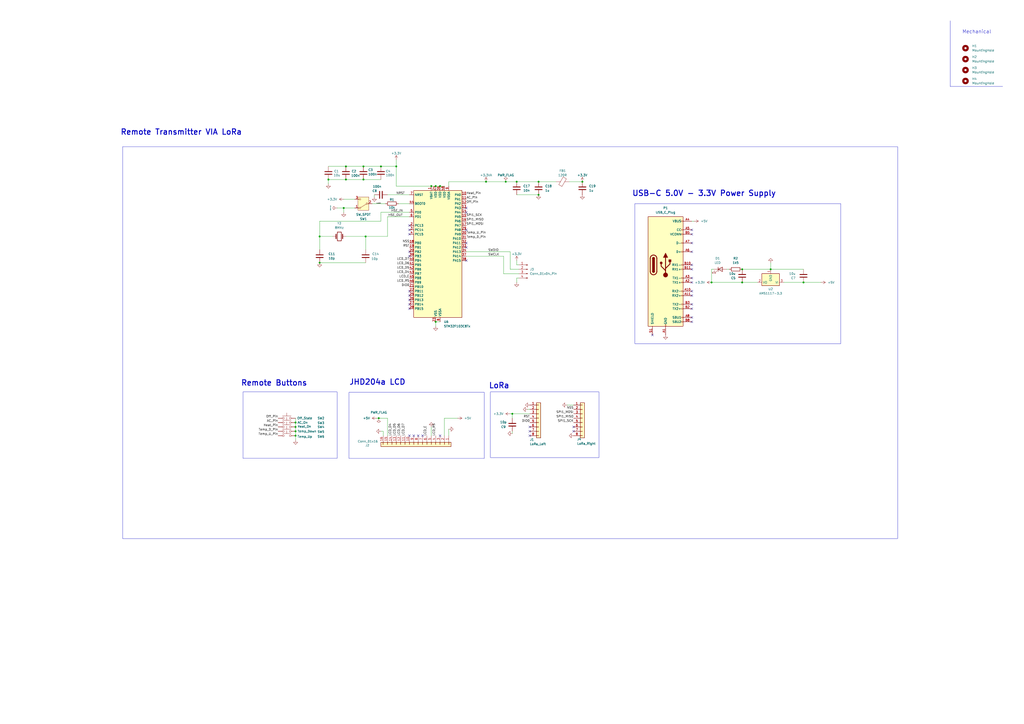
<source format=kicad_sch>
(kicad_sch (version 20231120) (generator "eeschema") (generator_version "8.0")
  (paper "A2")
  (lib_symbols
    (symbol "Connector:Conn_01x04_Pin" (pin_names (offset 1.016) hide)
      (property "Reference" "J" (at 0 5.08 0))
      (property "Value" "Conn_01x04_Pin" (at 0 -7.62 0))
      (symbol "Conn_01x04_Pin_1_1"
        (polyline (pts (xy 1.27 -5.08) (xy 0.8636 -5.08)) (stroke (width 0.1524)))
        (polyline (pts (xy 1.27 -2.54) (xy 0.8636 -2.54)) (stroke (width 0.1524)))
        (polyline (pts (xy 1.27 0) (xy 0.8636 0)) (stroke (width 0.1524)))
        (polyline (pts (xy 1.27 2.54) (xy 0.8636 2.54)) (stroke (width 0.1524)))
        (rectangle (start 0.8636 -4.953) (end 0 -5.207) (stroke (width 0.1524)) (fill (type outline)))
        (rectangle (start 0.8636 -2.413) (end 0 -2.667) (stroke (width 0.1524)) (fill (type outline)))
        (rectangle (start 0.8636 0.127) (end 0 -0.127) (stroke (width 0.1524)) (fill (type outline)))
        (rectangle (start 0.8636 2.667) (end 0 2.413) (stroke (width 0.1524)) (fill (type outline)))
        (pin passive line (at 5.08 2.54 180) (length 3.81) (name "Pin_1") (number "1"))
        (pin passive line (at 5.08 0 180) (length 3.81) (name "Pin_2") (number "2"))
        (pin passive line (at 5.08 -2.54 180) (length 3.81) (name "Pin_3") (number "3"))
        (pin passive line (at 5.08 -5.08 180) (length 3.81) (name "Pin_4") (number "4"))
      )
    )
    (symbol "Connector:USB_C_Plug" (pin_names (offset 1.016))
      (property "Reference" "P" (at -10.16 29.21 0))
      (property "Value" "USB_C_Plug" (at 10.16 29.21 0))
      (symbol "USB_C_Plug_0_0"
        (rectangle (start -0.254 -35.56) (end 0.254 -34.544))
        (rectangle (start 10.16 -32.766) (end 9.144 -33.274))
        (rectangle (start 10.16 -30.226) (end 9.144 -30.734))
        (rectangle (start 10.16 -25.146) (end 9.144 -25.654))
        (rectangle (start 10.16 -22.606) (end 9.144 -23.114))
        (rectangle (start 10.16 -17.526) (end 9.144 -18.034))
        (rectangle (start 10.16 -14.986) (end 9.144 -15.494))
        (rectangle (start 10.16 -9.906) (end 9.144 -10.414))
        (rectangle (start 10.16 -7.366) (end 9.144 -7.874))
        (rectangle (start 10.16 -2.286) (end 9.144 -2.794))
        (rectangle (start 10.16 0.254) (end 9.144 -0.254))
        (rectangle (start 10.16 7.874) (end 9.144 7.366))
        (rectangle (start 10.16 12.954) (end 9.144 12.446))
        (rectangle (start 10.16 18.034) (end 9.144 17.526))
        (rectangle (start 10.16 20.574) (end 9.144 20.066))
        (rectangle (start 10.16 25.654) (end 9.144 25.146))
      )
      (symbol "USB_C_Plug_0_1"
        (rectangle (start -10.16 27.94) (end 10.16 -35.56) (stroke (width 0.254)) (fill (type background)))
        (arc (start -8.89 -3.81) (mid -6.985 -5.7067) (end -5.08 -3.81) (stroke (width 0.508)))
        (arc (start -7.62 -3.81) (mid -6.985 -4.4423) (end -6.35 -3.81) (stroke (width 0.254)))
        (arc (start -7.62 -3.81) (mid -6.985 -4.4423) (end -6.35 -3.81) (stroke (width 0.254)) (fill (type outline)))
        (rectangle (start -7.62 -3.81) (end -6.35 3.81) (stroke (width 0.254)) (fill (type outline)))
        (arc (start -6.35 3.81) (mid -6.985 4.4423) (end -7.62 3.81) (stroke (width 0.254)))
        (arc (start -6.35 3.81) (mid -6.985 4.4423) (end -7.62 3.81) (stroke (width 0.254)) (fill (type outline)))
        (arc (start -5.08 3.81) (mid -6.985 5.7067) (end -8.89 3.81) (stroke (width 0.508)))
        (polyline (pts (xy -8.89 -3.81) (xy -8.89 3.81)) (stroke (width 0.508)))
        (polyline (pts (xy -5.08 3.81) (xy -5.08 -3.81)) (stroke (width 0.508)))
      )
      (symbol "USB_C_Plug_1_1"
        (circle (center -2.54 1.143) (radius 0.635) (stroke (width 0.254)) (fill (type outline)))
        (circle (center 0 -5.842) (radius 1.27) (fill (type outline)))
        (polyline (pts (xy 0 -5.842) (xy 0 4.318)) (stroke (width 0.508)))
        (polyline (pts (xy 0 -3.302) (xy -2.54 -0.762) (xy -2.54 0.508)) (stroke (width 0.508)))
        (polyline (pts (xy 0 -2.032) (xy 2.54 0.508) (xy 2.54 1.778)) (stroke (width 0.508)))
        (polyline (pts (xy -1.27 4.318) (xy 0 6.858) (xy 1.27 4.318) (xy -1.27 4.318)) (stroke (width 0.254)) (fill (type outline)))
        (rectangle (start 1.905 1.778) (end 3.175 3.048) (stroke (width 0.254)) (fill (type outline)))
        (pin passive line (at 0 -40.64 90) (length 5.08) (name "GND") (number "A1"))
        (pin bidirectional line (at 15.24 -15.24 180) (length 5.08) (name "RX2-") (number "A10"))
        (pin bidirectional line (at 15.24 -17.78 180) (length 5.08) (name "RX2+") (number "A11"))
        (pin passive line (at 0 -40.64 90) (length 5.08) hide (name "GND") (number "A12"))
        (pin bidirectional line (at 15.24 -10.16 180) (length 5.08) (name "TX1+") (number "A2"))
        (pin bidirectional line (at 15.24 -7.62 180) (length 5.08) (name "TX1-") (number "A3"))
        (pin passive line (at 15.24 25.4 180) (length 5.08) (name "VBUS") (number "A4"))
        (pin bidirectional line (at 15.24 20.32 180) (length 5.08) (name "CC") (number "A5"))
        (pin bidirectional line (at 15.24 7.62 180) (length 5.08) (name "D+") (number "A6"))
        (pin bidirectional line (at 15.24 12.7 180) (length 5.08) (name "D-") (number "A7"))
        (pin bidirectional line (at 15.24 -30.48 180) (length 5.08) (name "SBU1") (number "A8"))
        (pin passive line (at 15.24 25.4 180) (length 5.08) hide (name "VBUS") (number "A9"))
        (pin passive line (at 0 -40.64 90) (length 5.08) hide (name "GND") (number "B1"))
        (pin bidirectional line (at 15.24 0 180) (length 5.08) (name "RX1-") (number "B10"))
        (pin bidirectional line (at 15.24 -2.54 180) (length 5.08) (name "RX1+") (number "B11"))
        (pin passive line (at 0 -40.64 90) (length 5.08) hide (name "GND") (number "B12"))
        (pin bidirectional line (at 15.24 -25.4 180) (length 5.08) (name "TX2+") (number "B2"))
        (pin bidirectional line (at 15.24 -22.86 180) (length 5.08) (name "TX2-") (number "B3"))
        (pin passive line (at 15.24 25.4 180) (length 5.08) hide (name "VBUS") (number "B4"))
        (pin bidirectional line (at 15.24 17.78 180) (length 5.08) (name "VCONN") (number "B5"))
        (pin bidirectional line (at 15.24 -33.02 180) (length 5.08) (name "SBU2") (number "B8"))
        (pin passive line (at 15.24 25.4 180) (length 5.08) hide (name "VBUS") (number "B9"))
        (pin passive line (at -7.62 -40.64 90) (length 5.08) (name "SHIELD") (number "S1"))
      )
    )
    (symbol "Connector_Generic:Conn_01x08" (pin_names (offset 1.016) hide)
      (property "Reference" "J" (at 0 10.16 0))
      (property "Value" "Conn_01x08" (at 0 -12.7 0))
      (symbol "Conn_01x08_1_1"
        (rectangle (start -1.27 -10.033) (end 0 -10.287) (stroke (width 0.1524)))
        (rectangle (start -1.27 -7.493) (end 0 -7.747) (stroke (width 0.1524)))
        (rectangle (start -1.27 -4.953) (end 0 -5.207) (stroke (width 0.1524)))
        (rectangle (start -1.27 -2.413) (end 0 -2.667) (stroke (width 0.1524)))
        (rectangle (start -1.27 0.127) (end 0 -0.127) (stroke (width 0.1524)))
        (rectangle (start -1.27 2.667) (end 0 2.413) (stroke (width 0.1524)))
        (rectangle (start -1.27 5.207) (end 0 4.953) (stroke (width 0.1524)))
        (rectangle (start -1.27 7.747) (end 0 7.493) (stroke (width 0.1524)))
        (rectangle (start -1.27 8.89) (end 1.27 -11.43) (stroke (width 0.254)) (fill (type background)))
        (pin passive line (at -5.08 7.62 0) (length 3.81) (name "Pin_1") (number "1"))
        (pin passive line (at -5.08 5.08 0) (length 3.81) (name "Pin_2") (number "2"))
        (pin passive line (at -5.08 2.54 0) (length 3.81) (name "Pin_3") (number "3"))
        (pin passive line (at -5.08 0 0) (length 3.81) (name "Pin_4") (number "4"))
        (pin passive line (at -5.08 -2.54 0) (length 3.81) (name "Pin_5") (number "5"))
        (pin passive line (at -5.08 -5.08 0) (length 3.81) (name "Pin_6") (number "6"))
        (pin passive line (at -5.08 -7.62 0) (length 3.81) (name "Pin_7") (number "7"))
        (pin passive line (at -5.08 -10.16 0) (length 3.81) (name "Pin_8") (number "8"))
      )
    )
    (symbol "Connector_Generic:Conn_01x16" (pin_names (offset 1.016) hide)
      (property "Reference" "J" (at 0 20.32 0))
      (property "Value" "Conn_01x16" (at 0 -22.86 0))
      (symbol "Conn_01x16_1_1"
        (rectangle (start -1.27 -20.193) (end 0 -20.447) (stroke (width 0.1524)))
        (rectangle (start -1.27 -17.653) (end 0 -17.907) (stroke (width 0.1524)))
        (rectangle (start -1.27 -15.113) (end 0 -15.367) (stroke (width 0.1524)))
        (rectangle (start -1.27 -12.573) (end 0 -12.827) (stroke (width 0.1524)))
        (rectangle (start -1.27 -10.033) (end 0 -10.287) (stroke (width 0.1524)))
        (rectangle (start -1.27 -7.493) (end 0 -7.747) (stroke (width 0.1524)))
        (rectangle (start -1.27 -4.953) (end 0 -5.207) (stroke (width 0.1524)))
        (rectangle (start -1.27 -2.413) (end 0 -2.667) (stroke (width 0.1524)))
        (rectangle (start -1.27 0.127) (end 0 -0.127) (stroke (width 0.1524)))
        (rectangle (start -1.27 2.667) (end 0 2.413) (stroke (width 0.1524)))
        (rectangle (start -1.27 5.207) (end 0 4.953) (stroke (width 0.1524)))
        (rectangle (start -1.27 7.747) (end 0 7.493) (stroke (width 0.1524)))
        (rectangle (start -1.27 10.287) (end 0 10.033) (stroke (width 0.1524)))
        (rectangle (start -1.27 12.827) (end 0 12.573) (stroke (width 0.1524)))
        (rectangle (start -1.27 15.367) (end 0 15.113) (stroke (width 0.1524)))
        (rectangle (start -1.27 17.907) (end 0 17.653) (stroke (width 0.1524)))
        (rectangle (start -1.27 19.05) (end 1.27 -21.59) (stroke (width 0.254)) (fill (type background)))
        (pin passive line (at -5.08 17.78 0) (length 3.81) (name "Pin_1") (number "1"))
        (pin passive line (at -5.08 -5.08 0) (length 3.81) (name "Pin_10") (number "10"))
        (pin passive line (at -5.08 -7.62 0) (length 3.81) (name "Pin_11") (number "11"))
        (pin passive line (at -5.08 -10.16 0) (length 3.81) (name "Pin_12") (number "12"))
        (pin passive line (at -5.08 -12.7 0) (length 3.81) (name "Pin_13") (number "13"))
        (pin passive line (at -5.08 -15.24 0) (length 3.81) (name "Pin_14") (number "14"))
        (pin passive line (at -5.08 -17.78 0) (length 3.81) (name "Pin_15") (number "15"))
        (pin passive line (at -5.08 -20.32 0) (length 3.81) (name "Pin_16") (number "16"))
        (pin passive line (at -5.08 15.24 0) (length 3.81) (name "Pin_2") (number "2"))
        (pin passive line (at -5.08 12.7 0) (length 3.81) (name "Pin_3") (number "3"))
        (pin passive line (at -5.08 10.16 0) (length 3.81) (name "Pin_4") (number "4"))
        (pin passive line (at -5.08 7.62 0) (length 3.81) (name "Pin_5") (number "5"))
        (pin passive line (at -5.08 5.08 0) (length 3.81) (name "Pin_6") (number "6"))
        (pin passive line (at -5.08 2.54 0) (length 3.81) (name "Pin_7") (number "7"))
        (pin passive line (at -5.08 0 0) (length 3.81) (name "Pin_8") (number "8"))
        (pin passive line (at -5.08 -2.54 0) (length 3.81) (name "Pin_9") (number "9"))
      )
    )
    (symbol "Device:C" (pin_numbers hide) (pin_names (offset 0.254))
      (property "Reference" "C" (at 0.635 2.54 0))
      (property "Value" "C" (at 0.635 -2.54 0))
      (symbol "C_0_1"
        (polyline (pts (xy -2.032 -0.762) (xy 2.032 -0.762)) (stroke (width 0.508)))
        (polyline (pts (xy -2.032 0.762) (xy 2.032 0.762)) (stroke (width 0.508)))
      )
      (symbol "C_1_1"
        (pin passive line (at 0 3.81 270) (length 2.794) (name "~") (number "1"))
        (pin passive line (at 0 -3.81 90) (length 2.794) (name "~") (number "2"))
      )
    )
    (symbol "Device:Crystal" (pin_numbers hide) (pin_names (offset 1.016) hide)
      (property "Reference" "Y" (at 0 3.81 0))
      (property "Value" "Crystal" (at 0 -3.81 0))
      (symbol "Crystal_0_1"
        (rectangle (start -1.143 2.54) (end 1.143 -2.54) (stroke (width 0.3048)))
        (polyline (pts (xy -2.54 0) (xy -1.905 0)))
        (polyline (pts (xy -1.905 -1.27) (xy -1.905 1.27)) (stroke (width 0.508)))
        (polyline (pts (xy 1.905 -1.27) (xy 1.905 1.27)) (stroke (width 0.508)))
        (polyline (pts (xy 2.54 0) (xy 1.905 0)))
      )
      (symbol "Crystal_1_1"
        (pin passive line (at -3.81 0 0) (length 1.27) (name "1") (number "1"))
        (pin passive line (at 3.81 0 180) (length 1.27) (name "2") (number "2"))
      )
    )
    (symbol "Device:FerriteBead" (pin_numbers hide) (pin_names (offset 0))
      (property "Reference" "FB" (at -3.81 0.635 90))
      (property "Value" "FerriteBead" (at 3.81 0 90))
      (symbol "FerriteBead_0_1"
        (polyline (pts (xy 0 -1.27) (xy 0 -1.2192)))
        (polyline (pts (xy 0 1.27) (xy 0 1.2954)))
        (polyline (pts (xy -2.7686 0.4064) (xy -1.7018 2.2606) (xy 2.7686 -0.3048) (xy 1.6764 -2.159) (xy -2.7686 0.4064)))
      )
      (symbol "FerriteBead_1_1"
        (pin passive line (at 0 3.81 270) (length 2.54) (name "~") (number "1"))
        (pin passive line (at 0 -3.81 90) (length 2.54) (name "~") (number "2"))
      )
    )
    (symbol "Device:LED" (pin_numbers hide) (pin_names (offset 1.016) hide)
      (property "Reference" "D" (at 0 2.54 0))
      (property "Value" "LED" (at 0 -2.54 0))
      (symbol "LED_0_1"
        (polyline (pts (xy -1.27 -1.27) (xy -1.27 1.27)) (stroke (width 0.254)))
        (polyline (pts (xy -1.27 0) (xy 1.27 0)))
        (polyline (pts (xy 1.27 -1.27) (xy 1.27 1.27) (xy -1.27 0) (xy 1.27 -1.27)) (stroke (width 0.254)))
        (polyline (pts (xy -3.048 -0.762) (xy -4.572 -2.286) (xy -3.81 -2.286) (xy -4.572 -2.286) (xy -4.572 -1.524)))
        (polyline (pts (xy -1.778 -0.762) (xy -3.302 -2.286) (xy -2.54 -2.286) (xy -3.302 -2.286) (xy -3.302 -1.524)))
      )
      (symbol "LED_1_1"
        (pin passive line (at -3.81 0 0) (length 2.54) (name "K") (number "1"))
        (pin passive line (at 3.81 0 180) (length 2.54) (name "A") (number "2"))
      )
    )
    (symbol "Device:R" (pin_numbers hide) (pin_names (offset 0))
      (property "Reference" "R" (at 2.032 0 90))
      (property "Value" "R" (at 0 0 90))
      (symbol "R_0_1"
        (rectangle (start -1.016 -2.54) (end 1.016 2.54) (stroke (width 0.254)))
      )
      (symbol "R_1_1"
        (pin passive line (at 0 3.81 270) (length 1.27) (name "~") (number "1"))
        (pin passive line (at 0 -3.81 90) (length 1.27) (name "~") (number "2"))
      )
    )
    (symbol "MCU_ST_STM32F1:STM32F103C8Tx"
      (property "Reference" "U" (at -12.7 39.37 0))
      (property "Value" "STM32F103C8Tx" (at 10.16 39.37 0))
      (symbol "STM32F103C8Tx_0_1"
        (rectangle (start -12.7 -35.56) (end 15.24 38.1) (stroke (width 0.254)) (fill (type background)))
      )
      (symbol "STM32F103C8Tx_1_1"
        (pin power_in line (at -2.54 40.64 270) (length 2.54) (name "VBAT") (number "1"))
        (pin bidirectional line (at 17.78 35.56 180) (length 2.54) (name "PA0") (number "10"))
        (pin bidirectional line (at 17.78 33.02 180) (length 2.54) (name "PA1") (number "11"))
        (pin bidirectional line (at 17.78 30.48 180) (length 2.54) (name "PA2") (number "12"))
        (pin bidirectional line (at 17.78 27.94 180) (length 2.54) (name "PA3") (number "13"))
        (pin bidirectional line (at 17.78 25.4 180) (length 2.54) (name "PA4") (number "14"))
        (pin bidirectional line (at 17.78 22.86 180) (length 2.54) (name "PA5") (number "15"))
        (pin bidirectional line (at 17.78 20.32 180) (length 2.54) (name "PA6") (number "16"))
        (pin bidirectional line (at 17.78 17.78 180) (length 2.54) (name "PA7") (number "17"))
        (pin bidirectional line (at -15.24 7.62 0) (length 2.54) (name "PB0") (number "18"))
        (pin bidirectional line (at -15.24 5.08 0) (length 2.54) (name "PB1") (number "19"))
        (pin bidirectional line (at -15.24 17.78 0) (length 2.54) (name "PC13") (number "2"))
        (pin bidirectional line (at -15.24 2.54 0) (length 2.54) (name "PB2") (number "20"))
        (pin bidirectional line (at -15.24 -17.78 0) (length 2.54) (name "PB10") (number "21"))
        (pin bidirectional line (at -15.24 -20.32 0) (length 2.54) (name "PB11") (number "22"))
        (pin power_in line (at 0 -38.1 90) (length 2.54) (name "VSS") (number "23"))
        (pin power_in line (at 0 40.64 270) (length 2.54) (name "VDD") (number "24"))
        (pin bidirectional line (at -15.24 -22.86 0) (length 2.54) (name "PB12") (number "25"))
        (pin bidirectional line (at -15.24 -25.4 0) (length 2.54) (name "PB13") (number "26"))
        (pin bidirectional line (at -15.24 -27.94 0) (length 2.54) (name "PB14") (number "27"))
        (pin bidirectional line (at -15.24 -30.48 0) (length 2.54) (name "PB15") (number "28"))
        (pin bidirectional line (at 17.78 15.24 180) (length 2.54) (name "PA8") (number "29"))
        (pin bidirectional line (at -15.24 15.24 0) (length 2.54) (name "PC14") (number "3"))
        (pin bidirectional line (at 17.78 12.7 180) (length 2.54) (name "PA9") (number "30"))
        (pin bidirectional line (at 17.78 10.16 180) (length 2.54) (name "PA10") (number "31"))
        (pin bidirectional line (at 17.78 7.62 180) (length 2.54) (name "PA11") (number "32"))
        (pin bidirectional line (at 17.78 5.08 180) (length 2.54) (name "PA12") (number "33"))
        (pin bidirectional line (at 17.78 2.54 180) (length 2.54) (name "PA13") (number "34"))
        (pin passive line (at 0 -38.1 90) (length 2.54) hide (name "VSS") (number "35"))
        (pin power_in line (at 2.54 40.64 270) (length 2.54) (name "VDD") (number "36"))
        (pin bidirectional line (at 17.78 0 180) (length 2.54) (name "PA14") (number "37"))
        (pin bidirectional line (at 17.78 -2.54 180) (length 2.54) (name "PA15") (number "38"))
        (pin bidirectional line (at -15.24 0 0) (length 2.54) (name "PB3") (number "39"))
        (pin bidirectional line (at -15.24 12.7 0) (length 2.54) (name "PC15") (number "4"))
        (pin bidirectional line (at -15.24 -2.54 0) (length 2.54) (name "PB4") (number "40"))
        (pin bidirectional line (at -15.24 -5.08 0) (length 2.54) (name "PB5") (number "41"))
        (pin bidirectional line (at -15.24 -7.62 0) (length 2.54) (name "PB6") (number "42"))
        (pin bidirectional line (at -15.24 -10.16 0) (length 2.54) (name "PB7") (number "43"))
        (pin input line (at -15.24 30.48 0) (length 2.54) (name "BOOT0") (number "44"))
        (pin bidirectional line (at -15.24 -12.7 0) (length 2.54) (name "PB8") (number "45"))
        (pin bidirectional line (at -15.24 -15.24 0) (length 2.54) (name "PB9") (number "46"))
        (pin passive line (at 0 -38.1 90) (length 2.54) hide (name "VSS") (number "47"))
        (pin power_in line (at 5.08 40.64 270) (length 2.54) (name "VDD") (number "48"))
        (pin bidirectional line (at -15.24 25.4 0) (length 2.54) (name "PD0") (number "5"))
        (pin bidirectional line (at -15.24 22.86 0) (length 2.54) (name "PD1") (number "6"))
        (pin input line (at -15.24 35.56 0) (length 2.54) (name "NRST") (number "7"))
        (pin power_in line (at 2.54 -38.1 90) (length 2.54) (name "VSSA") (number "8"))
        (pin power_in line (at 7.62 40.64 270) (length 2.54) (name "VDDA") (number "9"))
      )
    )
    (symbol "Mechanical:MountingHole" (pin_names (offset 1.016))
      (property "Reference" "H" (at 0 5.08 0))
      (property "Value" "MountingHole" (at 0 3.175 0))
      (symbol "MountingHole_0_1"
        (circle (center 0 0) (radius 1.27) (stroke (width 1.27)))
      )
    )
    (symbol "Regulator_Linear:AMS1117-3.3"
      (property "Reference" "U" (at -3.81 3.175 0))
      (property "Value" "AMS1117-3.3" (at 0 3.175 0))
      (symbol "AMS1117-3.3_0_1"
        (rectangle (start -5.08 -5.08) (end 5.08 1.905) (stroke (width 0.254)) (fill (type background)))
      )
      (symbol "AMS1117-3.3_1_1"
        (pin power_in line (at 0 -7.62 90) (length 2.54) (name "GND") (number "1"))
        (pin power_out line (at 7.62 0 180) (length 2.54) (name "VO") (number "2"))
        (pin power_in line (at -7.62 0 0) (length 2.54) (name "VI") (number "3"))
      )
    )
    (symbol "Switch:SW_Push" (pin_numbers hide) (pin_names (offset 1.016) hide)
      (property "Reference" "SW" (at 1.27 2.54 0))
      (property "Value" "SW_Push" (at 0 -1.524 0))
      (symbol "SW_Push_0_1"
        (circle (center -2.032 0) (radius 0.508))
        (polyline (pts (xy 0 1.27) (xy 0 3.048)))
        (polyline (pts (xy 2.54 1.27) (xy -2.54 1.27)))
        (circle (center 2.032 0) (radius 0.508))
        (pin passive line (at -5.08 0 0) (length 2.54) (name "1") (number "1"))
        (pin passive line (at 5.08 0 180) (length 2.54) (name "2") (number "2"))
      )
    )
    (symbol "Switch:SW_SPDT" (pin_names (offset 0) hide)
      (property "Reference" "SW" (at 0 5.08 0))
      (property "Value" "SW_SPDT" (at 0 -5.08 0))
      (symbol "SW_SPDT_0_1"
        (circle (center -2.032 0) (radius 0.4572))
        (polyline (pts (xy -1.651 0.254) (xy 1.651 2.286)))
        (circle (center 2.032 -2.54) (radius 0.4572))
        (circle (center 2.032 2.54) (radius 0.4572))
      )
      (symbol "SW_SPDT_1_1"
        (rectangle (start -3.175 3.81) (end 3.175 -3.81) (fill (type background)))
        (pin passive line (at 5.08 2.54 180) (length 2.54) (name "A") (number "1"))
        (pin passive line (at -5.08 0 0) (length 2.54) (name "B") (number "2"))
        (pin passive line (at 5.08 -2.54 180) (length 2.54) (name "C") (number "3"))
      )
    )
    (symbol "power:+3.3V" (power) (pin_numbers hide) (pin_names (offset 0) hide)
      (property "Value" "+3.3V" (at 0 3.556 0))
      (symbol "+3.3V_0_1"
        (polyline (pts (xy -0.762 1.27) (xy 0 2.54)))
        (polyline (pts (xy 0 0) (xy 0 2.54)))
        (polyline (pts (xy 0 2.54) (xy 0.762 1.27)))
      )
      (symbol "+3.3V_1_1"
        (pin power_in line (at 0 0 90) (length 0) (name "~") (number "1"))
      )
    )
    (symbol "power:+5V" (power) (pin_numbers hide) (pin_names (offset 0) hide)
      (property "Value" "+5V" (at 0 3.556 0))
      (symbol "+5V_0_1"
        (polyline (pts (xy -0.762 1.27) (xy 0 2.54)))
        (polyline (pts (xy 0 0) (xy 0 2.54)))
        (polyline (pts (xy 0 2.54) (xy 0.762 1.27)))
      )
      (symbol "+5V_1_1"
        (pin power_in line (at 0 0 90) (length 0) (name "~") (number "1"))
      )
    )
    (symbol "power:GND" (power) (pin_numbers hide) (pin_names (offset 0) hide)
      (property "Value" "GND" (at 0 -3.81 0))
      (symbol "GND_0_1"
        (polyline (pts (xy 0 0) (xy 0 -1.27) (xy 1.27 -1.27) (xy 0 -2.54) (xy -1.27 -1.27) (xy 0 -1.27)))
      )
      (symbol "GND_1_1"
        (pin power_in line (at 0 0 270) (length 0) (name "~") (number "1"))
      )
    )
    (symbol "power:PWR_FLAG" (power) (pin_numbers hide) (pin_names (offset 0) hide)
      (property "Value" "PWR_FLAG" (at 0 3.81 0))
      (symbol "PWR_FLAG_0_0"
        (pin power_out line (at 0 0 90) (length 0) (name "~") (number "1"))
      )
      (symbol "PWR_FLAG_0_1"
        (polyline (pts (xy 0 0) (xy 0 1.27) (xy -1.016 1.905) (xy 0 2.54) (xy 1.016 1.905) (xy 0 1.27)))
      )
    )
  )
  (junction (at 171.45 252.73))
  (junction (at 430.53 156.21))
  (junction (at 212.09 137.16))
  (junction (at 220.98 96.52))
  (junction (at 250.19 107.95))
  (junction (at 299.72 105.41))
  (junction (at 312.42 113.03))
  (junction (at 200.66 96.52))
  (junction (at 171.45 247.65))
  (junction (at 312.42 105.41))
  (junction (at 337.82 105.41))
  (junction (at 412.75 163.83))
  (junction (at 199.39 120.65))
  (junction (at 466.09 163.83))
  (junction (at 185.42 152.4))
  (junction (at 430.53 163.83))
  (junction (at 281.94 105.41))
  (junction (at 171.45 250.19))
  (junction (at 293.37 105.41))
  (junction (at 171.45 245.11))
  (junction (at 210.82 104.14))
  (junction (at 210.82 96.52))
  (junction (at 252.73 107.95))
  (junction (at 297.18 240.03))
  (junction (at 255.27 107.95))
  (junction (at 190.5 104.14))
  (junction (at 200.66 104.14))
  (junction (at 229.87 96.52))
  (junction (at 252.73 186.69))
  (junction (at 185.42 137.16))
  (junction (at 219.71 242.57))
  (junction (at 447.04 156.21))
  (no_connect (at 237.49 168.91))
  (no_connect (at 237.49 148.59))
  (no_connect (at 401.32 184.15))
  (no_connect (at 401.32 146.05))
  (no_connect (at 245.11 252.73))
  (no_connect (at 270.51 123.19))
  (no_connect (at 401.32 153.67))
  (no_connect (at 332.74 247.65))
  (no_connect (at 237.49 171.45))
  (no_connect (at 401.32 140.97))
  (no_connect (at 240.03 252.73))
  (no_connect (at 401.32 186.69))
  (no_connect (at 401.32 156.21))
  (no_connect (at 237.49 133.35))
  (no_connect (at 401.32 133.35))
  (no_connect (at 237.49 135.89))
  (no_connect (at 270.51 143.51))
  (no_connect (at 237.49 179.07))
  (no_connect (at 401.32 179.07))
  (no_connect (at 401.32 161.29))
  (no_connect (at 237.49 130.81))
  (no_connect (at 237.49 173.99))
  (no_connect (at 270.51 120.65))
  (no_connect (at 401.32 168.91))
  (no_connect (at 378.46 194.31))
  (no_connect (at 237.49 176.53))
  (no_connect (at 270.51 151.13))
  (no_connect (at 307.34 252.73))
  (no_connect (at 401.32 135.89))
  (no_connect (at 401.32 171.45))
  (no_connect (at 242.57 252.73))
  (no_connect (at 401.32 176.53))
  (no_connect (at 255.27 252.73))
  (no_connect (at 401.32 163.83))
  (no_connect (at 307.34 250.19))
  (no_connect (at 237.49 146.05))
  (no_connect (at 270.51 140.97))
  (no_connect (at 270.51 133.35))
  (no_connect (at 332.74 250.19))
  (no_connect (at 307.34 247.65))
  (no_connect (at 237.49 252.73))
  (wire (pts (xy 224.79 125.73) (xy 237.49 125.73)))
  (wire (pts (xy 295.91 146.05) (xy 295.91 156.21)))
  (wire (pts (xy 306.07 237.49) (xy 307.34 237.49)))
  (wire (pts (xy 439.42 163.83) (xy 430.53 163.83)))
  (wire (pts (xy 421.64 156.21) (xy 422.91 156.21)))
  (wire (pts (xy 312.42 105.41) (xy 322.58 105.41)))
  (wire (pts (xy 252.73 186.69) (xy 255.27 186.69)))
  (wire (pts (xy 190.5 104.14) (xy 190.5 106.68)))
  (wire (pts (xy 199.39 120.65) (xy 205.74 120.65)))
  (wire (pts (xy 200.66 104.14) (xy 210.82 104.14)))
  (wire (pts (xy 270.51 148.59) (xy 292.1 148.59)))
  (wire (pts (xy 466.09 163.83) (xy 476.25 163.83)))
  (wire (pts (xy 190.5 96.52) (xy 200.66 96.52)))
  (wire (pts (xy 222.25 252.73) (xy 222.25 250.19)))
  (wire (pts (xy 210.82 104.14) (xy 220.98 104.14)))
  (wire (pts (xy 297.18 240.03) (xy 297.18 242.57)))
  (wire (pts (xy 217.17 113.03) (xy 217.17 114.3)))
  (wire (pts (xy 299.72 153.67) (xy 299.72 151.13)))
  (wire (pts (xy 295.91 240.03) (xy 297.18 240.03)))
  (wire (pts (xy 252.73 186.69) (xy 252.73 189.23)))
  (wire (pts (xy 260.35 105.41) (xy 281.94 105.41)))
  (wire (pts (xy 328.93 234.95) (xy 332.74 234.95)))
  (polyline (pts (xy 551.18 12.065) (xy 551.18 50.165)))
  (wire (pts (xy 171.45 252.73) (xy 171.45 255.27)))
  (wire (pts (xy 430.53 163.83) (xy 412.75 163.83)))
  (wire (pts (xy 200.66 96.52) (xy 210.82 96.52)))
  (wire (pts (xy 454.66 163.83) (xy 466.09 163.83)))
  (wire (pts (xy 185.42 152.4) (xy 212.09 152.4)))
  (wire (pts (xy 215.9 118.11) (xy 223.52 118.11)))
  (wire (pts (xy 255.27 107.95) (xy 257.81 107.95)))
  (wire (pts (xy 212.09 137.16) (xy 212.09 144.78)))
  (wire (pts (xy 299.72 113.03) (xy 312.42 113.03)))
  (wire (pts (xy 171.45 250.19) (xy 171.45 252.73)))
  (wire (pts (xy 300.99 161.29) (xy 299.72 161.29)))
  (wire (pts (xy 200.66 137.16) (xy 212.09 137.16)))
  (polyline (pts (xy 551.18 50.165) (xy 581.66 50.165)))
  (wire (pts (xy 260.35 252.73) (xy 260.35 248.92)))
  (wire (pts (xy 252.73 107.95) (xy 255.27 107.95)))
  (wire (pts (xy 185.42 137.16) (xy 185.42 144.78)))
  (wire (pts (xy 199.39 115.57) (xy 205.74 115.57)))
  (wire (pts (xy 257.81 242.57) (xy 265.43 242.57)))
  (wire (pts (xy 210.82 96.52) (xy 220.98 96.52)))
  (wire (pts (xy 229.87 92.71) (xy 229.87 96.52)))
  (wire (pts (xy 292.1 158.75) (xy 300.99 158.75)))
  (wire (pts (xy 260.35 107.95) (xy 260.35 105.41)))
  (wire (pts (xy 281.94 105.41) (xy 293.37 105.41)))
  (wire (pts (xy 297.18 250.19) (xy 297.18 251.46)))
  (wire (pts (xy 185.42 128.27) (xy 185.42 137.16)))
  (wire (pts (xy 224.79 137.16) (xy 224.79 125.73)))
  (wire (pts (xy 195.58 120.65) (xy 199.39 120.65)))
  (wire (pts (xy 190.5 104.14) (xy 200.66 104.14)))
  (wire (pts (xy 220.98 96.52) (xy 229.87 96.52)))
  (wire (pts (xy 292.1 148.59) (xy 292.1 158.75)))
  (wire (pts (xy 299.72 161.29) (xy 299.72 163.83)))
  (wire (pts (xy 401.32 128.27) (xy 402.59 128.27)))
  (wire (pts (xy 224.79 242.57) (xy 224.79 252.73)))
  (wire (pts (xy 199.39 120.65) (xy 199.39 123.19)))
  (wire (pts (xy 300.99 153.67) (xy 299.72 153.67)))
  (wire (pts (xy 185.42 137.16) (xy 193.04 137.16)))
  (wire (pts (xy 219.71 242.57) (xy 224.79 242.57)))
  (wire (pts (xy 212.09 137.16) (xy 224.79 137.16)))
  (wire (pts (xy 220.98 123.19) (xy 220.98 128.27)))
  (wire (pts (xy 412.75 156.21) (xy 412.75 163.83)))
  (wire (pts (xy 295.91 156.21) (xy 300.99 156.21)))
  (wire (pts (xy 297.18 240.03) (xy 307.34 240.03)))
  (wire (pts (xy 293.37 105.41) (xy 299.72 105.41)))
  (wire (pts (xy 171.45 245.11) (xy 171.45 247.65)))
  (wire (pts (xy 250.19 252.73) (xy 250.19 247.65)))
  (wire (pts (xy 229.87 96.52) (xy 229.87 107.95)))
  (wire (pts (xy 220.98 123.19) (xy 237.49 123.19)))
  (wire (pts (xy 299.72 105.41) (xy 312.42 105.41)))
  (wire (pts (xy 224.79 113.03) (xy 237.49 113.03)))
  (wire (pts (xy 257.81 252.73) (xy 257.81 242.57)))
  (wire (pts (xy 447.04 156.21) (xy 466.09 156.21)))
  (wire (pts (xy 220.98 128.27) (xy 185.42 128.27)))
  (wire (pts (xy 231.14 118.11) (xy 237.49 118.11)))
  (wire (pts (xy 270.51 146.05) (xy 295.91 146.05)))
  (wire (pts (xy 171.45 242.57) (xy 171.45 245.11)))
  (wire (pts (xy 222.25 250.19) (xy 220.98 250.19)))
  (wire (pts (xy 412.75 156.21) (xy 414.02 156.21)))
  (wire (pts (xy 447.04 152.4) (xy 447.04 156.21)))
  (wire (pts (xy 330.2 105.41) (xy 337.82 105.41)))
  (wire (pts (xy 447.04 156.21) (xy 430.53 156.21)))
  (wire (pts (xy 229.87 107.95) (xy 250.19 107.95)))
  (wire (pts (xy 171.45 247.65) (xy 171.45 250.19)))
  (wire (pts (xy 250.19 107.95) (xy 252.73 107.95)))
  (wire (pts (xy 218.44 242.57) (xy 219.71 242.57)))
  (rectangle (start 284.48 227.33) (end 347.472 265.43))
  (rectangle (start 71.12 85.09) (end 520.7 312.42))
  (rectangle (start 140.97 227.33) (end 195.5424 265.8992))
  (rectangle (start 202.438 227.584) (end 280.924 265.938))
  (rectangle (start 368.3 118.11) (end 487.68 199.39))
  (text "Mechanical\n" (at 558.165 19.685 0) (effects (font (size 2 2)) (justify left bottom)))
  (text "USB-C 5.0V - 3.3V Power Supply\n" (at 408.432 112.268 0) (effects (font (size 3.175 3.175) (thickness 0.508) (bold yes))))
  (text "LoRa\n" (at 289.56 223.774 0) (effects (font (size 3.175 3.175) (thickness 0.508) (bold yes))))
  (text "Remote Transmitter VIA LoRa\n" (at 105.156 76.708 0) (effects (font (size 3.175 3.175) (thickness 0.508) (bold yes))))
  (text "Remote Buttons\n" (at 159.004 222.25 0) (effects (font (size 3.175 3.175) (thickness 0.508) (bold yes))))
  (text "JHD204a LCD\n" (at 218.948 221.742 0) (effects (font (size 3.175 3.175) (thickness 0.508) (bold yes))))
  (label "Temp_D_Pin" (at 161.29 250.19 180))
  (label "SPI1_MOSI" (at 270.51 130.81 0))
  (label "LCD_D6" (at 237.49 153.67 180))
  (label "DIO0" (at 307.34 245.11 180))
  (label "LCD_RS" (at 252.73 252.73 90))
  (label "AC_Pin" (at 161.29 245.11 180))
  (label "RST" (at 307.34 242.57 180))
  (label "Temp_U_Pin" (at 270.51 135.89 0))
  (label "NRST" (at 229.87 113.03 0))
  (label "Temp_D_Pin" (at 270.51 138.43 0))
  (label "SPI1_SCK" (at 332.74 245.11 180))
  (label "LCD_D7" (at 237.49 151.13 180))
  (label "LCD_D6" (at 232.41 252.73 90))
  (label "NSS" (at 237.49 140.97 180))
  (label "LCD_E" (at 237.49 161.29 180))
  (label "SPI1_MOSI" (at 332.74 240.03 180))
  (label "SPI1_MISO" (at 270.51 128.27 0))
  (label "SPI1_SCK" (at 270.51 125.73 0))
  (label "Off_Pin" (at 161.29 242.57 180))
  (label "Temp_U_Pin" (at 161.29 252.73 180))
  (label "LCD_D4" (at 237.49 158.75 180))
  (label "LCD_D4" (at 227.33 252.73 90))
  (label "LCD_E" (at 247.65 252.73 90))
  (label "Heat_Pin" (at 270.51 113.03 0))
  (label "Heat_Pin" (at 161.29 247.65 180))
  (label "LCD_D5" (at 237.49 156.21 180))
  (label "NSS" (at 332.74 237.49 180))
  (label "LCD_D7" (at 234.95 252.73 90))
  (label "SWDIO" (at 283.21 146.05 0))
  (label "SPI1_MISO" (at 332.74 242.57 180))
  (label "Off_Pin" (at 270.51 118.11 0))
  (label "LCD_RS" (at 237.49 163.83 180))
  (label "RST" (at 237.49 143.51 180))
  (label "AC_Pin" (at 270.51 115.57 0))
  (label "SW_BOOT0" (at 218.44 118.11 0) (effects (font (size 0.3048 0.3048))))
  (label "DIO0" (at 237.49 166.37 180))
  (label "LCD_D5" (at 229.87 252.73 90))
  (label "HSE_IN" (at 233.68 123.19 180))
  (label "HSE_OUT" (at 233.68 125.73 180))
  (label "SWCLK" (at 283.21 148.59 0))
  (symbol (lib_id "Device:C") (at 337.82 109.22 0) (unit 1)
    (property "Reference" "C19" (at 341.63 107.9499 0) (effects (justify left)))
    (property "Value" "1u" (at 341.63 110.4899 0) (effects (justify left)))
    (property "Footprint" "Capacitor_SMD:C_0402_1005Metric" (effects (hide yes)))
    (property "Description" "Unpolarized capacitor" (effects (hide yes)))
  )
  (symbol (lib_id "power:GND") (at 190.5 106.68 0) (unit 1)
    (property "Reference" "#PWR01" (effects (hide yes)))
    (property "Value" "GND" (effects (hide yes)))
    (property "Description" "Power symbol creates a global label with name \"GND\" , ground" (effects (hide yes)))
  )
  (symbol (lib_id "power:+3.3V") (at 281.94 105.41 0) (unit 1)
    (property "Reference" "#PWR015" (effects (hide yes)))
    (property "Value" "+3.3VA" (at 281.94 101.6 0))
    (property "Description" "Power symbol creates a global label with name \"+3.3V\"" (effects (hide yes)))
  )
  (symbol (lib_id "power:GND") (at 386.08 194.31 0) (unit 1)
    (property "Reference" "#PWR06" (effects (hide yes)))
    (property "Value" "GND" (effects (hide yes)))
    (property "Description" "Power symbol creates a global label with name \"GND\" , ground" (effects (hide yes)))
  )
  (symbol (lib_id "power:GND") (at 297.18 251.46 270) (unit 1)
    (property "Reference" "#PWR032" (effects (hide yes)))
    (property "Value" "GND" (effects (hide yes)))
    (property "Description" "Power symbol creates a global label with name \"GND\" , ground" (effects (hide yes)))
  )
  (symbol (lib_id "power:PWR_FLAG") (at 293.37 105.41 0) (unit 1)
    (property "Reference" "#FLG03" (effects (hide yes)))
    (property "Value" "PWR_FLAG" (at 293.37 101.6 0))
    (property "Description" "Special symbol for telling ERC where power comes from" (effects (hide yes)))
  )
  (symbol (lib_id "power:GND") (at 299.72 163.83 0) (unit 1)
    (property "Reference" "#PWR018" (effects (hide yes)))
    (property "Value" "GND" (effects (hide yes)))
    (property "Description" "Power symbol creates a global label with name \"GND\" , ground" (effects (hide yes)))
  )
  (symbol (lib_id "Switch:SW_Push") (at 166.37 247.65 0) (unit 1)
    (property "Reference" "SW4" (at 186.182 247.65 0))
    (property "Value" "Heat_On" (at 176.53 247.396 0))
    (property "Footprint" "Button_Switch_SMD:SW_SPST_EVQP0" (effects (hide yes)))
    (property "Description" "Push button switch, generic, two pins" (effects (hide yes)))
  )
  (symbol (lib_id "power:GND") (at 250.19 247.65 180) (unit 1)
    (property "Reference" "#PWR010" (effects (hide yes)))
    (property "Value" "GND" (effects (hide yes)))
    (property "Description" "Power symbol creates a global label with name \"GND\" , ground" (effects (hide yes)))
  )
  (symbol (lib_id "power:GND") (at 252.73 189.23 0) (unit 1)
    (property "Reference" "#PWR014" (effects (hide yes)))
    (property "Value" "GND" (effects (hide yes)))
    (property "Description" "Power symbol creates a global label with name \"GND\" , ground" (effects (hide yes)))
  )
  (symbol (lib_id "Connector_Generic:Conn_01x16") (at 242.57 257.81 270) (unit 1)
    (property "Reference" "J2" (at 213.106 258.318 90))
    (property "Value" "Conn_01x16" (at 213.36 256.032 90))
    (property "Footprint" "Connector_PinSocket_2.54mm:PinSocket_1x16_P2.54mm_Vertical" (effects (hide yes)))
    (property "Description" "Generic connector, single row, 01x16, script generated (kicad-library-utils/schlib/autogen/connector/)" (effects (hide yes)))
  )
  (symbol (lib_id "Device:C") (at 210.82 100.33 0) (unit 1)
    (property "Reference" "C3" (at 213.614 98.552 0) (effects (justify left)))
    (property "Value" "100n" (at 213.614 101.092 0) (effects (justify left)))
    (property "Footprint" "Capacitor_SMD:C_0402_1005Metric" (effects (hide yes)))
    (property "Description" "Unpolarized capacitor" (effects (hide yes)))
  )
  (symbol (lib_id "power:+3.3V") (at 337.82 105.41 0) (unit 1)
    (property "Reference" "#PWR024" (effects (hide yes)))
    (property "Value" "+3.3V" (at 337.82 101.6 0))
    (property "Description" "Power symbol creates a global label with name \"+3.3V\"" (effects (hide yes)))
  )
  (symbol (lib_id "Device:C") (at 299.72 109.22 0) (unit 1)
    (property "Reference" "C17" (at 303.53 107.9499 0) (effects (justify left)))
    (property "Value" "10n" (at 303.53 110.4899 0) (effects (justify left)))
    (property "Footprint" "Capacitor_SMD:C_0603_1608Metric" (effects (hide yes)))
    (property "Description" "Unpolarized capacitor" (effects (hide yes)))
  )
  (symbol (lib_id "power:+3.3V") (at 412.75 163.83 90) (unit 1)
    (property "Reference" "#PWR016" (effects (hide yes)))
    (property "Value" "+3.3V" (at 408.94 163.8301 90) (effects (justify left)))
    (property "Description" "Power symbol creates a global label with name \"+3.3V\"" (effects (hide yes)))
  )
  (symbol (lib_id "Device:C") (at 220.98 113.03 90) (unit 1)
    (property "Reference" "C8" (at 218.694 110.744 90) (effects (justify left)))
    (property "Value" "100n" (at 221.234 108.204 90) (effects (justify left)))
    (property "Footprint" "Capacitor_SMD:C_0402_1005Metric" (effects (hide yes)))
    (property "Description" "Unpolarized capacitor" (effects (hide yes)))
  )
  (symbol (lib_id "power:GND") (at 185.42 152.4 0) (unit 1)
    (property "Reference" "#PWR027" (effects (hide yes)))
    (property "Value" "GND" (effects (hide yes)))
    (property "Description" "Power symbol creates a global label with name \"GND\" , ground" (effects (hide yes)))
  )
  (symbol (lib_id "power:GND") (at 199.39 123.19 0) (unit 1)
    (property "Reference" "#PWR03" (effects (hide yes)))
    (property "Value" "GND" (effects (hide yes)))
    (property "Description" "Power symbol creates a global label with name \"GND\" , ground" (effects (hide yes)))
  )
  (symbol (lib_id "Device:C") (at 430.53 160.02 180) (unit 1)
    (property "Reference" "C5" (at 426.72 161.2901 0) (effects (justify left)))
    (property "Value" "10u" (at 426.72 158.7501 0) (effects (justify left)))
    (property "Footprint" "Capacitor_SMD:C_0402_1005Metric" (effects (hide yes)))
    (property "Description" "Unpolarized capacitor" (effects (hide yes)))
  )
  (symbol (lib_id "power:GND") (at 260.35 248.92 90) (unit 1)
    (property "Reference" "#PWR09" (effects (hide yes)))
    (property "Value" "GND" (effects (hide yes)))
    (property "Description" "Power symbol creates a global label with name \"GND\" , ground" (effects (hide yes)))
  )
  (symbol (lib_id "power:GND") (at 307.34 234.95 270) (unit 1)
    (property "Reference" "#PWR011" (effects (hide yes)))
    (property "Value" "GND" (effects (hide yes)))
    (property "Description" "Power symbol creates a global label with name \"GND\" , ground" (effects (hide yes)))
  )
  (symbol (lib_id "Device:R") (at 426.72 156.21 270) (unit 1)
    (property "Reference" "R2" (at 426.72 149.86 90))
    (property "Value" "1k5" (at 426.72 152.4 90))
    (property "Footprint" "Resistor_SMD:R_0603_1608Metric" (effects (hide yes)))
    (property "Description" "Resistor" (effects (hide yes)))
  )
  (symbol (lib_id "Connector:Conn_01x04_Pin") (at 306.07 156.21 0) (mirror y) (unit 1)
    (property "Reference" "J3" (at 307.34 156.2099 0) (effects (justify right)))
    (property "Value" "Conn_01x04_Pin" (at 307.34 158.7499 0) (effects (justify right)))
    (property "Footprint" "Connector_PinHeader_2.54mm:PinHeader_1x04_P2.54mm_Vertical" (effects (hide yes)))
    (property "Description" "Generic connector, single row, 01x04, script generated" (effects (hide yes)))
  )
  (symbol (lib_id "Switch:SW_Push") (at 166.37 245.11 0) (unit 1)
    (property "Reference" "SW3" (at 186.182 245.364 0))
    (property "Value" "AC_On" (at 175.514 245.11 0))
    (property "Footprint" "Button_Switch_SMD:SW_SPST_EVQP0" (effects (hide yes)))
    (property "Description" "Push button switch, generic, two pins" (effects (hide yes)))
  )
  (symbol (lib_id "Device:C") (at 297.18 246.38 180) (unit 1)
    (property "Reference" "C9" (at 293.37 247.6501 0) (effects (justify left)))
    (property "Value" "10p" (at 293.878 244.856 0) (effects (justify left)))
    (property "Footprint" "Capacitor_SMD:C_0402_1005Metric" (effects (hide yes)))
    (property "Description" "Unpolarized capacitor" (effects (hide yes)))
  )
  (symbol (lib_id "Regulator_Linear:AMS1117-3.3") (at 447.04 163.83 180) (unit 1)
    (property "Reference" "U2" (at 447.04 167.64 0))
    (property "Value" "AMS1117-3.3" (at 447.04 170.18 0))
    (property "Footprint" "Package_TO_SOT_SMD:SOT-223-3_TabPin2" (effects (hide yes)))
    (property "Datasheet" "http://www.advanced-monolithic.com/pdf/ds1117.pdf" (effects (hide yes)))
    (property "Description" "1A Low Dropout regulator, positive, 3.3V fixed output, SOT-223" (effects (hide yes)))
  )
  (symbol (lib_id "Switch:SW_Push") (at 166.37 242.57 0) (unit 1)
    (property "Reference" "SW2" (at 186.182 242.57 0))
    (property "Value" "Off_State" (at 176.784 242.57 0))
    (property "Footprint" "Button_Switch_SMD:SW_SPST_EVQP0" (effects (hide yes)))
    (property "Description" "Push button switch, generic, two pins" (effects (hide yes)))
  )
  (symbol (lib_id "power:GND") (at 447.04 152.4 180) (unit 1)
    (property "Reference" "#PWR021" (effects (hide yes)))
    (property "Value" "GND" (effects (hide yes)))
    (property "Description" "Power symbol creates a global label with name \"GND\" , ground" (effects (hide yes)))
  )
  (symbol (lib_id "Device:C") (at 190.5 100.33 0) (unit 1)
    (property "Reference" "C1" (at 193.802 99.314 0) (effects (justify left)))
    (property "Value" "10u" (at 193.548 101.6 0) (effects (justify left)))
    (property "Footprint" "Capacitor_SMD:C_0402_1005Metric" (effects (hide yes)))
    (property "Description" "Unpolarized capacitor" (effects (hide yes)))
  )
  (symbol (lib_id "power:GND") (at 312.42 113.03 0) (unit 1)
    (property "Reference" "#PWR019" (effects (hide yes)))
    (property "Value" "GND" (effects (hide yes)))
    (property "Description" "Power symbol creates a global label with name \"GND\" , ground" (effects (hide yes)))
  )
  (symbol (lib_id "MCU_ST_STM32F1:STM32F103C8Tx") (at 252.73 148.59 0) (unit 1)
    (property "Reference" "U6" (at 257.4641 186.69 0) (effects (justify left)))
    (property "Value" "STM32F103C8Tx" (at 257.4641 189.23 0) (effects (justify left)))
    (property "Footprint" "Package_QFP:LQFP-48_7x7mm_P0.5mm" (effects (hide yes)))
    (property "Datasheet" "https://www.st.com/resource/en/datasheet/stm32f103c8.pdf" (effects (hide yes)))
    (property "Description" "STMicroelectronics Arm Cortex-M3 MCU, 64KB flash, 20KB RAM, 72 MHz, 2.0-3.6V, 37 GPIO, LQFP48" (effects (hide yes)))
  )
  (symbol (lib_id "Mechanical:MountingHole") (at 560.07 34.29 0) (unit 1)
    (property "Reference" "H2" (at 563.88 33.0199 0) (effects (justify left)))
    (property "Value" "MountingHole" (at 563.88 35.5599 0) (effects (justify left)))
    (property "Footprint" "MountingHole:MountingHole_3.2mm_M3" (effects (hide yes)))
  )
  (symbol (lib_id "power:+5V") (at 402.59 128.27 270) (unit 1)
    (property "Reference" "#PWR022" (effects (hide yes)))
    (property "Value" "+5V" (at 406.4 128.2699 90) (effects (justify left)))
    (property "Description" "Power symbol creates a global label with name \"+5V\"" (effects (hide yes)))
  )
  (symbol (lib_id "Device:LED") (at 417.83 156.21 0) (unit 1)
    (property "Reference" "D1" (at 416.2425 149.86 0))
    (property "Value" "LED" (at 416.2425 152.4 0))
    (property "Footprint" "LED_SMD:LED_0603_1608Metric" (effects (hide yes)))
    (property "Description" "Light emitting diode" (effects (hide yes)))
  )
  (symbol (lib_id "power:GND") (at 332.74 252.73 270) (unit 1)
    (property "Reference" "#PWR030" (effects (hide yes)))
    (property "Value" "GND" (effects (hide yes)))
    (property "Description" "Power symbol creates a global label with name \"GND\" , ground" (effects (hide yes)))
  )
  (symbol (lib_id "Device:C") (at 185.42 148.59 0) (unit 1)
    (property "Reference" "C11" (at 190.5 147.3199 0) (effects (justify left)))
    (property "Value" "10p" (at 190.5 149.86 0) (effects (justify left)))
    (property "Footprint" "Capacitor_SMD:C_0402_1005Metric" (effects (hide yes)))
    (property "Description" "Unpolarized capacitor" (effects (hide yes)))
  )
  (symbol (lib_id "power:+5V") (at 265.43 242.57 270) (unit 1)
    (property "Reference" "#PWR028" (effects (hide yes)))
    (property "Value" "+5V" (at 269.24 242.5699 90) (effects (justify left)))
    (property "Description" "Power symbol creates a global label with name \"+5V\"" (effects (hide yes)))
  )
  (symbol (lib_id "Device:C") (at 466.09 160.02 0) (mirror x) (unit 1)
    (property "Reference" "C7" (at 461.518 161.29 0) (effects (justify right)))
    (property "Value" "10u" (at 461.518 158.75 0) (effects (justify right)))
    (property "Footprint" "Capacitor_SMD:C_0402_1005Metric" (effects (hide yes)))
    (property "Description" "Unpolarized capacitor" (effects (hide yes)))
  )
  (symbol (lib_id "power:+3.3V") (at 295.91 240.03 90) (unit 1)
    (property "Reference" "#PWR031" (effects (hide yes)))
    (property "Value" "+3.3V" (at 292.1 240.0299 90) (effects (justify left)))
    (property "Description" "Power symbol creates a global label with name \"+3.3V\"" (effects (hide yes)))
  )
  (symbol (lib_id "Switch:SW_Push") (at 166.37 250.19 0) (unit 1)
    (property "Reference" "SW5" (at 186.182 250.444 0))
    (property "Value" "Temp_Down" (at 178.054 250.19 0))
    (property "Footprint" "Button_Switch_SMD:SW_SPST_EVQP0" (effects (hide yes)))
    (property "Description" "Push button switch, generic, two pins" (effects (hide yes)))
  )
  (symbol (lib_id "Switch:SW_SPDT") (at 210.82 118.11 180) (unit 1)
    (property "Reference" "SW1" (at 210.82 127 0))
    (property "Value" "SW_SPDT" (at 210.82 124.46 0))
    (property "Footprint" "Button_Switch_SMD:SW_SPDT_CK_JS102011SAQN" (effects (hide yes)))
    (property "Description" "Switch, single pole double throw" (effects (hide yes)))
  )
  (symbol (lib_id "Device:C") (at 212.09 148.59 0) (unit 1)
    (property "Reference" "C14" (at 215.9 147.3199 0) (effects (justify left)))
    (property "Value" "10p" (at 215.392 150.114 0) (effects (justify left)))
    (property "Footprint" "Capacitor_SMD:C_0402_1005Metric" (effects (hide yes)))
    (property "Description" "Unpolarized capacitor" (effects (hide yes)))
  )
  (symbol (lib_id "Device:C") (at 220.98 100.33 0) (unit 1)
    (property "Reference" "C4" (at 223.774 99.314 0) (effects (justify left)))
    (property "Value" "100n" (at 223.774 101.6 0) (effects (justify left)))
    (property "Footprint" "Capacitor_SMD:C_0402_1005Metric" (effects (hide yes)))
    (property "Description" "Unpolarized capacitor" (effects (hide yes)))
  )
  (symbol (lib_id "Mechanical:MountingHole") (at 560.07 27.94 0) (unit 1)
    (property "Reference" "H1" (at 563.88 26.6699 0) (effects (justify left)))
    (property "Value" "MountingHole" (at 563.88 29.2099 0) (effects (justify left)))
    (property "Footprint" "MountingHole:MountingHole_3.2mm_M3" (effects (hide yes)))
  )
  (symbol (lib_id "Connector:USB_C_Plug") (at 386.08 153.67 0) (unit 1)
    (property "Reference" "P1" (at 386.08 120.65 0))
    (property "Value" "USB_C_Plug" (at 386.08 123.19 0))
    (property "Footprint" "Connector_USB:USB_C_Receptacle_JAE_DX07S016JA1R1500" (effects (hide yes)))
    (property "Datasheet" "https://www.usb.org/sites/default/files/documents/usb_type-c.zip" (effects (hide yes)))
    (property "Description" "USB Type-C Plug connector" (effects (hide yes)))
  )
  (symbol (lib_id "Mechanical:MountingHole") (at 560.07 40.64 0) (unit 1)
    (property "Reference" "H3" (at 563.88 39.3699 0) (effects (justify left)))
    (property "Value" "MountingHole" (at 563.88 41.9099 0) (effects (justify left)))
    (property "Footprint" "MountingHole:MountingHole_3.2mm_M3" (effects (hide yes)))
  )
  (symbol (lib_id "Device:Crystal") (at 196.85 137.16 0) (unit 1)
    (property "Reference" "Y2" (at 196.85 129.54 0))
    (property "Value" "8MHz" (at 196.85 132.08 0))
    (property "Footprint" "Crystal:Crystal_SMD_MicroCrystal_CC1V-T1A-2Pin_8.0x3.7mm_HandSoldering" (effects (hide yes)))
    (property "Description" "Two pin crystal" (effects (hide yes)))
  )
  (symbol (lib_id "power:GND") (at 306.07 237.49 270) (unit 1)
    (property "Reference" "#PWR029" (effects (hide yes)))
    (property "Value" "GND" (effects (hide yes)))
    (property "Description" "Power symbol creates a global label with name \"GND\" , ground" (effects (hide yes)))
  )
  (symbol (lib_id "Connector_Generic:Conn_01x08") (at 312.42 242.57 0) (unit 1)
    (property "Reference" "J1" (at 307.34 255.016 0) (effects (justify left)))
    (property "Value" "LoRa_Left" (at 307.34 257.556 0) (effects (justify left)))
    (property "Footprint" "Connector_PinSocket_2.54mm:PinSocket_1x08_P2.54mm_Vertical" (effects (hide yes)))
    (property "Description" "Generic connector, single row, 01x08, script generated (kicad-library-utils/schlib/autogen/connector/)" (effects (hide yes)))
  )
  (symbol (lib_id "power:+3.3V") (at 199.39 115.57 90) (unit 1)
    (property "Reference" "#PWR04" (effects (hide yes)))
    (property "Value" "+3.3V" (at 195.58 115.5699 90) (effects (justify left)))
    (property "Description" "Power symbol creates a global label with name \"+3.3V\"" (effects (hide yes)))
  )
  (symbol (lib_id "Device:R") (at 227.33 118.11 90) (unit 1)
    (property "Reference" "R1" (at 227.33 115.824 90))
    (property "Value" "10k" (at 227.33 120.396 90))
    (property "Footprint" "Resistor_SMD:R_0402_1005Metric" (effects (hide yes)))
    (property "Description" "Resistor" (effects (hide yes)))
  )
  (symbol (lib_id "power:+5V") (at 218.44 242.57 90) (unit 1)
    (property "Reference" "#PWR012" (effects (hide yes)))
    (property "Value" "+5V" (at 214.63 242.5699 90) (effects (justify left)))
    (property "Description" "Power symbol creates a global label with name \"+5V\"" (effects (hide yes)))
  )
  (symbol (lib_id "power:GND") (at 171.45 255.27 0) (unit 1)
    (property "Reference" "#PWR05" (effects (hide yes)))
    (property "Value" "GND" (effects (hide yes)))
    (property "Description" "Power symbol creates a global label with name \"GND\" , ground" (effects (hide yes)))
  )
  (symbol (lib_id "power:+3.3V") (at 229.87 92.71 0) (unit 1)
    (property "Reference" "#PWR013" (effects (hide yes)))
    (property "Value" "+3.3V" (at 229.87 88.9 0))
    (property "Description" "Power symbol creates a global label with name \"+3.3V\"" (effects (hide yes)))
  )
  (symbol (lib_id "power:GND") (at 328.93 234.95 270) (unit 1)
    (property "Reference" "#PWR033" (effects (hide yes)))
    (property "Value" "GND" (effects (hide yes)))
    (property "Description" "Power symbol creates a global label with name \"GND\" , ground" (effects (hide yes)))
  )
  (symbol (lib_id "power:PWR_FLAG") (at 219.71 242.57 180) (unit 1)
    (property "Reference" "#FLG05" (effects (hide yes)))
    (property "Value" "PWR_FLAG" (at 224.536 239.268 0) (effects (justify left)))
    (property "Description" "Special symbol for telling ERC where power comes from" (effects (hide yes)))
  )
  (symbol (lib_id "power:+5V") (at 476.25 163.83 270) (unit 1)
    (property "Reference" "#PWR07" (effects (hide yes)))
    (property "Value" "+5V" (at 480.06 163.8299 90) (effects (justify left)))
    (property "Description" "Power symbol creates a global label with name \"+5V\"" (effects (hide yes)))
  )
  (symbol (lib_id "Connector_Generic:Conn_01x08") (at 337.82 242.57 0) (unit 1)
    (property "Reference" "J4" (at 334.772 254.762 0) (effects (justify left)))
    (property "Value" "LoRa_Right" (at 334.772 257.302 0) (effects (justify left)))
    (property "Footprint" "Connector_PinSocket_2.54mm:PinSocket_1x08_P2.54mm_Vertical" (effects (hide yes)))
    (property "Description" "Generic connector, single row, 01x08, script generated (kicad-library-utils/schlib/autogen/connector/)" (effects (hide yes)))
  )
  (symbol (lib_id "Device:FerriteBead") (at 326.39 105.41 90) (unit 1)
    (property "Reference" "FB1" (at 326.3392 99.06 90))
    (property "Value" "120R" (at 326.3392 101.6 90))
    (property "Footprint" "Inductor_SMD:L_0603_1608Metric" (effects (hide yes)))
    (property "Description" "Ferrite bead" (effects (hide yes)))
  )
  (symbol (lib_id "Device:C") (at 200.66 100.33 0) (unit 1)
    (property "Reference" "C2" (at 203.962 99.314 0) (effects (justify left)))
    (property "Value" "100n" (at 203.708 101.854 0) (effects (justify left)))
    (property "Footprint" "Capacitor_SMD:C_0402_1005Metric" (effects (hide yes)))
    (property "Description" "Unpolarized capacitor" (effects (hide yes)))
  )
  (symbol (lib_id "power:GND") (at 337.82 113.03 0) (unit 1)
    (property "Reference" "#PWR025" (effects (hide yes)))
    (property "Value" "GND" (effects (hide yes)))
    (property "Description" "Power symbol creates a global label with name \"GND\" , ground" (effects (hide yes)))
  )
  (symbol (lib_id "power:GND") (at 220.98 250.19 270) (unit 1)
    (property "Reference" "#PWR08" (effects (hide yes)))
    (property "Value" "GND" (effects (hide yes)))
    (property "Description" "Power symbol creates a global label with name \"GND\" , ground" (effects (hide yes)))
  )
  (symbol (lib_id "Device:C") (at 312.42 109.22 0) (unit 1)
    (property "Reference" "C18" (at 316.23 107.9499 0) (effects (justify left)))
    (property "Value" "1u" (at 316.23 110.4899 0) (effects (justify left)))
    (property "Footprint" "Capacitor_SMD:C_0402_1005Metric" (effects (hide yes)))
    (property "Description" "Unpolarized capacitor" (effects (hide yes)))
  )
  (symbol (lib_id "Mechanical:MountingHole") (at 560.07 46.99 0) (unit 1)
    (property "Reference" "H4" (at 563.88 45.7199 0) (effects (justify left)))
    (property "Value" "MountingHole" (at 563.88 48.2599 0) (effects (justify left)))
    (property "Footprint" "MountingHole:MountingHole_3.2mm_M3" (effects (hide yes)))
  )
  (symbol (lib_id "power:GND") (at 217.17 114.3 0) (unit 1)
    (property "Reference" "#PWR02" (effects (hide yes)))
    (property "Value" "GND" (effects (hide yes)))
    (property "Description" "Power symbol creates a global label with name \"GND\" , ground" (effects (hide yes)))
  )
  (symbol (lib_id "Switch:SW_Push") (at 166.37 252.73 0) (unit 1)
    (property "Reference" "SW6" (at 186.182 253.238 0))
    (property "Value" "Temp_Up" (at 176.784 253.238 0))
    (property "Footprint" "Button_Switch_SMD:SW_SPST_EVQP0" (effects (hide yes)))
    (property "Description" "Push button switch, generic, two pins" (effects (hide yes)))
  )
  (symbol (lib_id "power:+3.3V") (at 299.72 151.13 0) (unit 1)
    (property "Reference" "#PWR017" (effects (hide yes)))
    (property "Value" "+3.3V" (at 299.72 147.32 0))
    (property "Description" "Power symbol creates a global label with name \"+3.3V\"" (effects (hide yes)))
  )
  (symbol (lib_id "power:PWR_FLAG") (at 195.58 120.65 90) (unit 1)
    (property "Reference" "#FLG01" (effects (hide yes)))
    (property "Value" "PWR_FLAG" (at 191.77 120.65 0) (effects (font (size 0.381 0.381))))
    (property "Description" "Special symbol for telling ERC where power comes from" (effects (hide yes)))
  )
)
</source>
